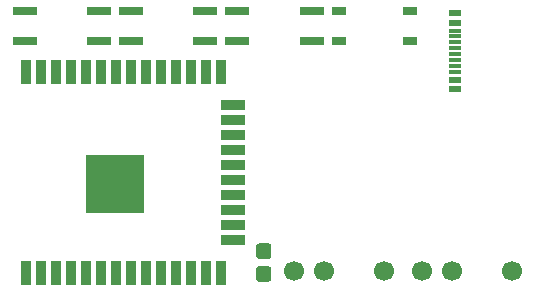
<source format=gbr>
%TF.GenerationSoftware,KiCad,Pcbnew,(5.1.9-0-10_14)*%
%TF.CreationDate,2021-05-01T12:27:54+01:00*%
%TF.ProjectId,Access,41636365-7373-42e6-9b69-6361645f7063,rev?*%
%TF.SameCoordinates,Original*%
%TF.FileFunction,Paste,Top*%
%TF.FilePolarity,Positive*%
%FSLAX46Y46*%
G04 Gerber Fmt 4.6, Leading zero omitted, Abs format (unit mm)*
G04 Created by KiCad (PCBNEW (5.1.9-0-10_14)) date 2021-05-01 12:27:54*
%MOMM*%
%LPD*%
G01*
G04 APERTURE LIST*
%ADD10R,1.140000X0.600000*%
%ADD11R,1.140000X0.300000*%
%ADD12R,1.200000X0.800000*%
%ADD13R,2.000000X0.640000*%
%ADD14R,0.900000X2.000000*%
%ADD15R,2.000000X0.900000*%
%ADD16R,5.000000X5.000000*%
%ADD17C,1.700000*%
G04 APERTURE END LIST*
D10*
%TO.C,J5*%
X153885000Y-61400000D03*
X153885000Y-56600000D03*
D11*
X153885000Y-58750000D03*
X153885000Y-59250000D03*
X153885000Y-58250000D03*
X153885000Y-59750000D03*
X153885000Y-57750000D03*
X153885000Y-60250000D03*
X153885000Y-57250000D03*
X153885000Y-60750000D03*
D10*
X153885000Y-55800000D03*
X153885000Y-62200000D03*
%TD*%
D12*
%TO.C,U5*%
X150050000Y-58170000D03*
X150050000Y-55630000D03*
X144050000Y-55630000D03*
X144050000Y-58170000D03*
%TD*%
D13*
%TO.C,U4*%
X123700000Y-55630000D03*
X123700000Y-58170000D03*
X117400000Y-58170000D03*
X117400000Y-55630000D03*
%TD*%
%TO.C,U3*%
X132700000Y-55630000D03*
X132700000Y-58170000D03*
X126400000Y-58170000D03*
X126400000Y-55630000D03*
%TD*%
%TO.C,U2*%
X141700000Y-55630000D03*
X141700000Y-58170000D03*
X135400000Y-58170000D03*
X135400000Y-55630000D03*
%TD*%
D14*
%TO.C,U1*%
X117550000Y-60750000D03*
X118820000Y-60750000D03*
X120090000Y-60750000D03*
X121360000Y-60750000D03*
X122630000Y-60750000D03*
X123900000Y-60750000D03*
X125170000Y-60750000D03*
X126440000Y-60750000D03*
X127710000Y-60750000D03*
X128980000Y-60750000D03*
X130250000Y-60750000D03*
X131520000Y-60750000D03*
X132790000Y-60750000D03*
X134060000Y-60750000D03*
D15*
X135060000Y-63535000D03*
X135060000Y-64805000D03*
X135060000Y-66075000D03*
X135060000Y-67345000D03*
X135060000Y-68615000D03*
X135060000Y-69885000D03*
X135060000Y-71155000D03*
X135060000Y-72425000D03*
X135060000Y-73695000D03*
X135060000Y-74965000D03*
D14*
X134060000Y-77750000D03*
X132790000Y-77750000D03*
X131520000Y-77750000D03*
X130250000Y-77750000D03*
X128980000Y-77750000D03*
X127710000Y-77750000D03*
X126440000Y-77750000D03*
X125170000Y-77750000D03*
X123900000Y-77750000D03*
X122630000Y-77750000D03*
X121360000Y-77750000D03*
X120090000Y-77750000D03*
X118820000Y-77750000D03*
X117550000Y-77750000D03*
D16*
X125050000Y-70250000D03*
%TD*%
D17*
%TO.C,M2*%
X151080000Y-77630000D03*
X158700000Y-77630000D03*
X153620000Y-77630000D03*
%TD*%
%TO.C,M1*%
X140240000Y-77630000D03*
X147860000Y-77630000D03*
X142780000Y-77630000D03*
%TD*%
%TO.C,D1*%
G36*
G01*
X137249999Y-77200000D02*
X138050001Y-77200000D01*
G75*
G02*
X138300000Y-77449999I0J-249999D01*
G01*
X138300000Y-78275001D01*
G75*
G02*
X138050001Y-78525000I-249999J0D01*
G01*
X137249999Y-78525000D01*
G75*
G02*
X137000000Y-78275001I0J249999D01*
G01*
X137000000Y-77449999D01*
G75*
G02*
X137249999Y-77200000I249999J0D01*
G01*
G37*
G36*
G01*
X137249999Y-75275000D02*
X138050001Y-75275000D01*
G75*
G02*
X138300000Y-75524999I0J-249999D01*
G01*
X138300000Y-76350001D01*
G75*
G02*
X138050001Y-76600000I-249999J0D01*
G01*
X137249999Y-76600000D01*
G75*
G02*
X137000000Y-76350001I0J249999D01*
G01*
X137000000Y-75524999D01*
G75*
G02*
X137249999Y-75275000I249999J0D01*
G01*
G37*
%TD*%
M02*

</source>
